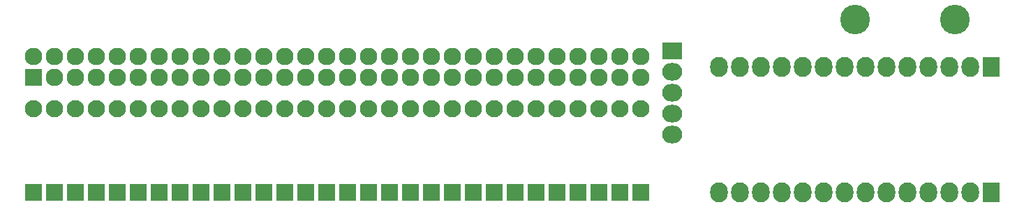
<source format=gts>
G04 #@! TF.FileFunction,Soldermask,Top*
%FSLAX46Y46*%
G04 Gerber Fmt 4.6, Leading zero omitted, Abs format (unit mm)*
G04 Created by KiCad (PCBNEW 4.0.2+e4-6225~38~ubuntu16.04.1-stable) date Thu 23 Jun 2016 09:21:40 PM CEST*
%MOMM*%
G01*
G04 APERTURE LIST*
%ADD10C,0.100000*%
%ADD11C,3.600000*%
%ADD12R,2.127200X2.432000*%
%ADD13O,2.127200X2.432000*%
%ADD14C,2.099260*%
%ADD15R,2.099260X2.099260*%
%ADD16R,2.432000X2.127200*%
%ADD17O,2.432000X2.127200*%
%ADD18R,2.127200X2.127200*%
%ADD19O,2.127200X2.127200*%
G04 APERTURE END LIST*
D10*
D11*
X169545000Y-42545000D03*
D12*
X186055000Y-48260000D03*
D13*
X183515000Y-48260000D03*
X180975000Y-48260000D03*
X178435000Y-48260000D03*
X175895000Y-48260000D03*
X173355000Y-48260000D03*
X170815000Y-48260000D03*
X168275000Y-48260000D03*
X165735000Y-48260000D03*
X163195000Y-48260000D03*
X160655000Y-48260000D03*
X158115000Y-48260000D03*
X155575000Y-48260000D03*
X153035000Y-48260000D03*
D14*
X69850000Y-53340000D03*
D15*
X69850000Y-63500000D03*
D14*
X72390000Y-53340000D03*
D15*
X72390000Y-63500000D03*
D14*
X74930000Y-53340000D03*
D15*
X74930000Y-63500000D03*
D14*
X77470000Y-53340000D03*
D15*
X77470000Y-63500000D03*
D14*
X80010000Y-53340000D03*
D15*
X80010000Y-63500000D03*
D14*
X82550000Y-53340000D03*
D15*
X82550000Y-63500000D03*
D14*
X85090000Y-53340000D03*
D15*
X85090000Y-63500000D03*
D14*
X87630000Y-53340000D03*
D15*
X87630000Y-63500000D03*
D14*
X90170000Y-53340000D03*
D15*
X90170000Y-63500000D03*
D14*
X92710000Y-53340000D03*
D15*
X92710000Y-63500000D03*
D14*
X95250000Y-53340000D03*
D15*
X95250000Y-63500000D03*
D14*
X97790000Y-53340000D03*
D15*
X97790000Y-63500000D03*
D14*
X100330000Y-53340000D03*
D15*
X100330000Y-63500000D03*
D14*
X102870000Y-53340000D03*
D15*
X102870000Y-63500000D03*
D14*
X105410000Y-53340000D03*
D15*
X105410000Y-63500000D03*
D14*
X107950000Y-53340000D03*
D15*
X107950000Y-63500000D03*
D14*
X110490000Y-53340000D03*
D15*
X110490000Y-63500000D03*
D14*
X113030000Y-53340000D03*
D15*
X113030000Y-63500000D03*
D14*
X115570000Y-53340000D03*
D15*
X115570000Y-63500000D03*
D14*
X118110000Y-53340000D03*
D15*
X118110000Y-63500000D03*
D14*
X120650000Y-53340000D03*
D15*
X120650000Y-63500000D03*
D14*
X123190000Y-53340000D03*
D15*
X123190000Y-63500000D03*
D14*
X125730000Y-53340000D03*
D15*
X125730000Y-63500000D03*
D14*
X128270000Y-53340000D03*
D15*
X128270000Y-63500000D03*
D14*
X130810000Y-53340000D03*
D15*
X130810000Y-63500000D03*
D14*
X133350000Y-53340000D03*
D15*
X133350000Y-63500000D03*
D14*
X135890000Y-53340000D03*
D15*
X135890000Y-63500000D03*
D14*
X138430000Y-53340000D03*
D15*
X138430000Y-63500000D03*
D14*
X140970000Y-53340000D03*
D15*
X140970000Y-63500000D03*
D14*
X143510000Y-53340000D03*
D15*
X143510000Y-63500000D03*
D12*
X186055000Y-63500000D03*
D13*
X183515000Y-63500000D03*
X180975000Y-63500000D03*
X178435000Y-63500000D03*
X175895000Y-63500000D03*
X173355000Y-63500000D03*
X170815000Y-63500000D03*
X168275000Y-63500000D03*
X165735000Y-63500000D03*
X163195000Y-63500000D03*
X160655000Y-63500000D03*
X158115000Y-63500000D03*
X155575000Y-63500000D03*
X153035000Y-63500000D03*
D16*
X147320000Y-46355000D03*
D17*
X147320000Y-48895000D03*
X147320000Y-51435000D03*
X147320000Y-53975000D03*
X147320000Y-56515000D03*
D18*
X69850000Y-49530000D03*
D19*
X69850000Y-46990000D03*
X72390000Y-49530000D03*
X72390000Y-46990000D03*
X74930000Y-49530000D03*
X74930000Y-46990000D03*
X77470000Y-49530000D03*
X77470000Y-46990000D03*
X80010000Y-49530000D03*
X80010000Y-46990000D03*
X82550000Y-49530000D03*
X82550000Y-46990000D03*
X85090000Y-49530000D03*
X85090000Y-46990000D03*
X87630000Y-49530000D03*
X87630000Y-46990000D03*
X90170000Y-49530000D03*
X90170000Y-46990000D03*
X92710000Y-49530000D03*
X92710000Y-46990000D03*
X95250000Y-49530000D03*
X95250000Y-46990000D03*
X97790000Y-49530000D03*
X97790000Y-46990000D03*
X100330000Y-49530000D03*
X100330000Y-46990000D03*
X102870000Y-49530000D03*
X102870000Y-46990000D03*
X105410000Y-49530000D03*
X105410000Y-46990000D03*
X107950000Y-49530000D03*
X107950000Y-46990000D03*
X110490000Y-49530000D03*
X110490000Y-46990000D03*
X113030000Y-49530000D03*
X113030000Y-46990000D03*
X115570000Y-49530000D03*
X115570000Y-46990000D03*
X118110000Y-49530000D03*
X118110000Y-46990000D03*
X120650000Y-49530000D03*
X120650000Y-46990000D03*
X123190000Y-49530000D03*
X123190000Y-46990000D03*
X125730000Y-49530000D03*
X125730000Y-46990000D03*
X128270000Y-49530000D03*
X128270000Y-46990000D03*
X130810000Y-49530000D03*
X130810000Y-46990000D03*
X133350000Y-49530000D03*
X133350000Y-46990000D03*
X135890000Y-49530000D03*
X135890000Y-46990000D03*
X138430000Y-49530000D03*
X138430000Y-46990000D03*
X140970000Y-49530000D03*
X140970000Y-46990000D03*
X143510000Y-49530000D03*
X143510000Y-46990000D03*
D11*
X181610000Y-42545000D03*
M02*

</source>
